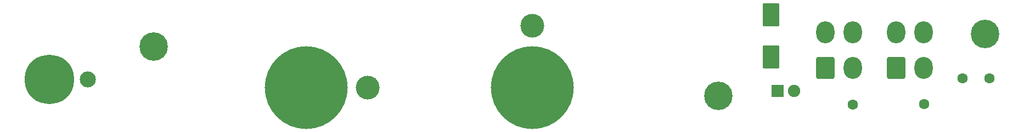
<source format=gbr>
%TF.GenerationSoftware,KiCad,Pcbnew,7.0.1*%
%TF.CreationDate,2024-02-29T20:07:47-07:00*%
%TF.ProjectId,HUD VID RCD PANEL,48554420-5649-4442-9052-43442050414e,4*%
%TF.SameCoordinates,Original*%
%TF.FileFunction,Soldermask,Bot*%
%TF.FilePolarity,Negative*%
%FSLAX46Y46*%
G04 Gerber Fmt 4.6, Leading zero omitted, Abs format (unit mm)*
G04 Created by KiCad (PCBNEW 7.0.1) date 2024-02-29 20:07:47*
%MOMM*%
%LPD*%
G01*
G04 APERTURE LIST*
G04 Aperture macros list*
%AMRoundRect*
0 Rectangle with rounded corners*
0 $1 Rounding radius*
0 $2 $3 $4 $5 $6 $7 $8 $9 X,Y pos of 4 corners*
0 Add a 4 corners polygon primitive as box body*
4,1,4,$2,$3,$4,$5,$6,$7,$8,$9,$2,$3,0*
0 Add four circle primitives for the rounded corners*
1,1,$1+$1,$2,$3*
1,1,$1+$1,$4,$5*
1,1,$1+$1,$6,$7*
1,1,$1+$1,$8,$9*
0 Add four rect primitives between the rounded corners*
20,1,$1+$1,$2,$3,$4,$5,0*
20,1,$1+$1,$4,$5,$6,$7,0*
20,1,$1+$1,$6,$7,$8,$9,0*
20,1,$1+$1,$8,$9,$2,$3,0*%
G04 Aperture macros list end*
%ADD10C,7.640752*%
%ADD11C,2.481250*%
%ADD12C,12.800000*%
%ADD13C,3.672000*%
%ADD14C,1.600000*%
%ADD15RoundRect,0.300000X1.000000X-1.500000X1.000000X1.500000X-1.000000X1.500000X-1.000000X-1.500000X0*%
%ADD16RoundRect,0.300001X-1.099999X-1.399999X1.099999X-1.399999X1.099999X1.399999X-1.099999X1.399999X0*%
%ADD17O,2.800000X3.400000*%
%ADD18RoundRect,0.050000X-0.900000X-0.900000X0.900000X-0.900000X0.900000X0.900000X-0.900000X0.900000X0*%
%ADD19C,1.900000*%
%ADD20C,4.400000*%
G04 APERTURE END LIST*
D10*
%TO.C,MH4*%
X67911300Y-81172000D03*
D11*
X73911300Y-81172000D03*
%TD*%
D12*
%TO.C,MH5*%
X107569000Y-82423000D03*
D13*
X117094000Y-82423000D03*
%TD*%
D14*
%TO.C,TP1*%
X208820000Y-81030000D03*
%TD*%
%TO.C,TP3*%
X202880000Y-84980000D03*
%TD*%
D12*
%TO.C,MH6*%
X142494000Y-82423000D03*
D13*
X142494000Y-72898000D03*
%TD*%
D14*
%TO.C,TP2*%
X213020000Y-81030000D03*
%TD*%
%TO.C,TP4*%
X191930000Y-85070000D03*
%TD*%
D15*
%TO.C,C1*%
X179324000Y-77672000D03*
X179324000Y-71172000D03*
%TD*%
D16*
%TO.C,J1*%
X198619000Y-79414000D03*
D17*
X202819000Y-79414000D03*
X198619000Y-73914000D03*
X202819000Y-73914000D03*
%TD*%
D18*
%TO.C,D1*%
X180340000Y-82931000D03*
D19*
X182880000Y-82931000D03*
%TD*%
D16*
%TO.C,J2*%
X187706000Y-79375000D03*
D17*
X191906000Y-79375000D03*
X187706000Y-73875000D03*
X191906000Y-73875000D03*
%TD*%
D20*
%TO.C,MH2*%
X212344000Y-74168000D03*
%TD*%
%TO.C,MH3*%
X171196000Y-83693000D03*
%TD*%
%TO.C,MH1*%
X84074000Y-76073000D03*
%TD*%
M02*

</source>
